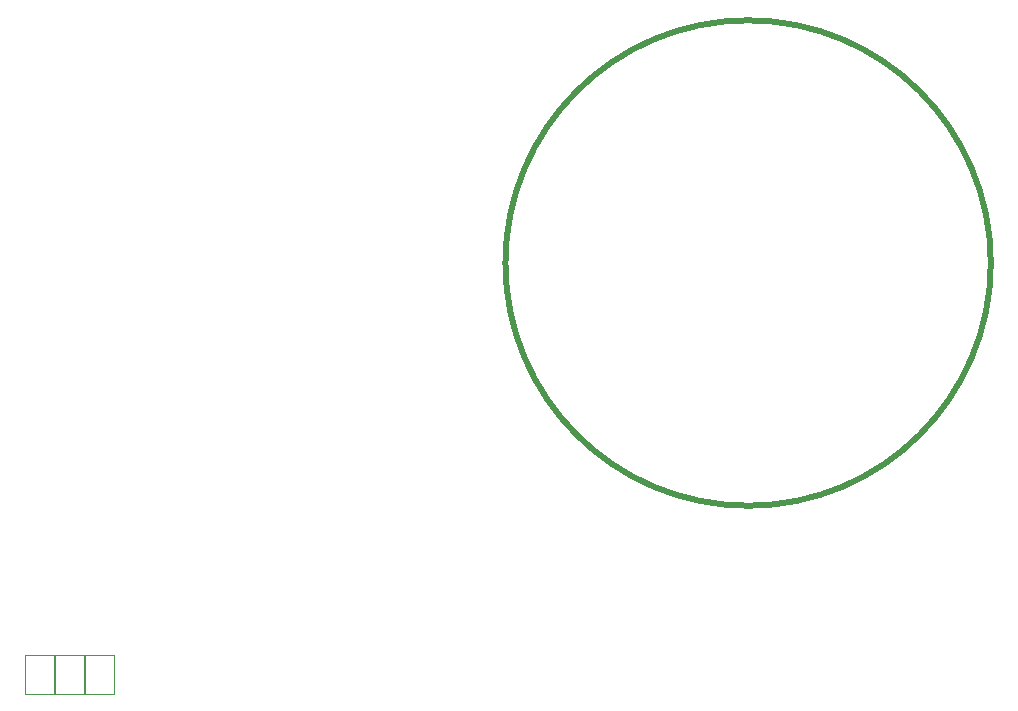
<source format=gbr>
%TF.GenerationSoftware,KiCad,Pcbnew,(6.0.4)*%
%TF.CreationDate,2022-08-11T03:07:44+02:00*%
%TF.ProjectId,wizza,77697a7a-612e-46b6-9963-61645f706362,v1.0.0*%
%TF.SameCoordinates,Original*%
%TF.FileFunction,Other,User*%
%FSLAX46Y46*%
G04 Gerber Fmt 4.6, Leading zero omitted, Abs format (unit mm)*
G04 Created by KiCad (PCBNEW (6.0.4)) date 2022-08-11 03:07:44*
%MOMM*%
%LPD*%
G01*
G04 APERTURE LIST*
%ADD10C,0.050000*%
%ADD11C,0.550000*%
G04 APERTURE END LIST*
D10*
%TO.C,MCU1*%
X200172000Y-131742523D02*
X202672000Y-131742523D01*
X202712000Y-131742523D02*
X202712000Y-135042523D01*
X197632000Y-131742523D02*
X197632000Y-135042523D01*
X205212000Y-135042523D02*
X202712000Y-135042523D01*
X202712000Y-131742523D02*
X205212000Y-131742523D01*
X200132000Y-135042523D02*
X197632000Y-135042523D01*
X197632000Y-131742523D02*
X200132000Y-131742523D01*
X205212000Y-135042523D02*
X205212000Y-131742523D01*
X202672000Y-135042523D02*
X202672000Y-131742523D01*
X200132000Y-135042523D02*
X200132000Y-131742523D01*
X200172000Y-131742523D02*
X200172000Y-135042523D01*
X202672000Y-135042523D02*
X200172000Y-135042523D01*
D11*
%TO.C,*%
X279443924Y-98571463D02*
G75*
G03*
X279443924Y-98571463I-20550001J0D01*
G01*
%TD*%
M02*

</source>
